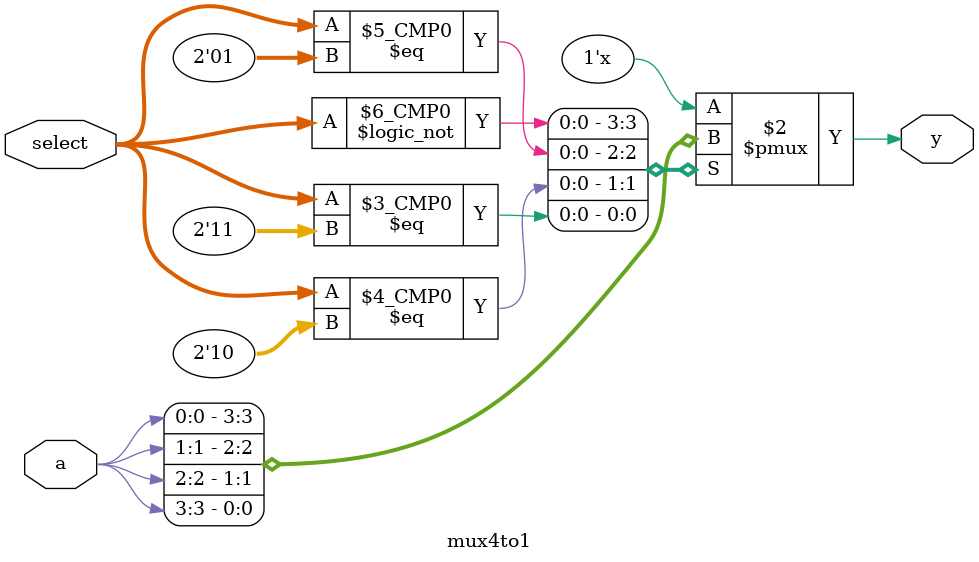
<source format=v>
module hw3_2 (input [3:0] a, input [1:0] select, output y);
	
	mux4to1 mux(a, select, y);
		
endmodule

//四位元多工器模組
module mux4to1 (

	input [3:0] a,
	input [1:0] select,
	output reg y);
	
	always@(a or select)	
		begin
			case(select)				
				2'b00 : y = a[0];
				2'b01 : y = a[1];
				2'b10 : y = a[2];
				2'b11 : y = a[3];
			endcase
		end
endmodule


</source>
